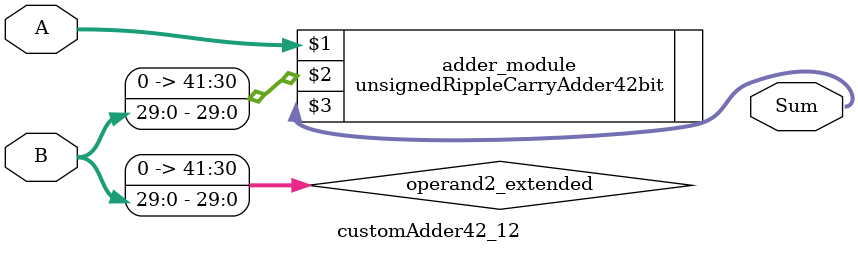
<source format=v>
module customAdder42_12(
                        input [41 : 0] A,
                        input [29 : 0] B,
                        
                        output [42 : 0] Sum
                );

        wire [41 : 0] operand2_extended;
        
        assign operand2_extended =  {12'b0, B};
        
        unsignedRippleCarryAdder42bit adder_module(
            A,
            operand2_extended,
            Sum
        );
        
        endmodule
        
</source>
